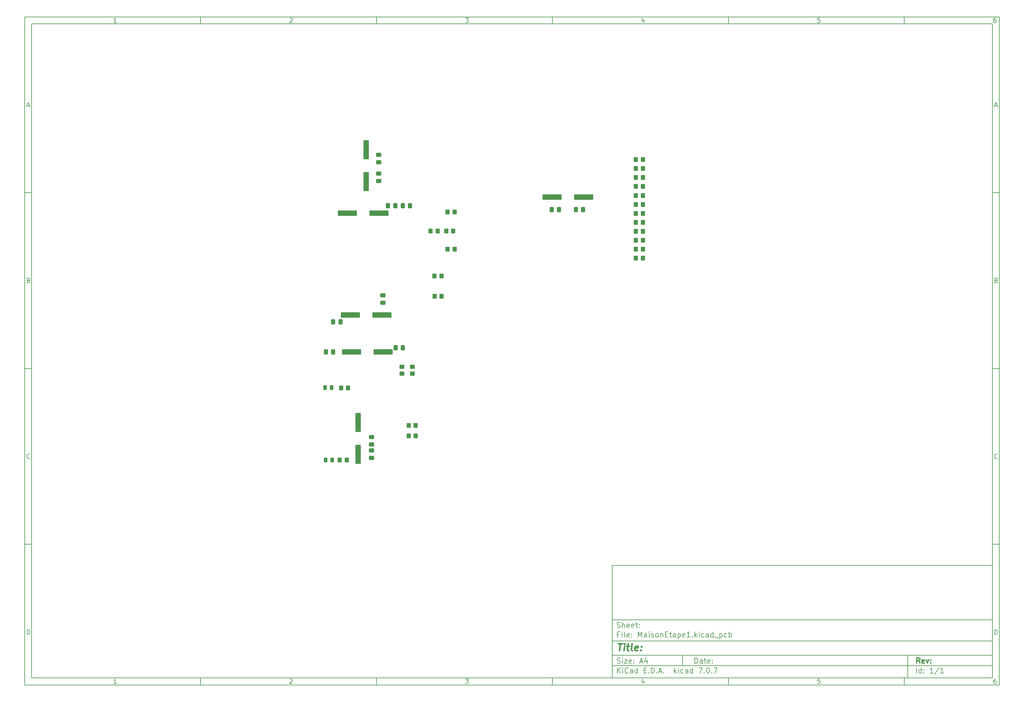
<source format=gbp>
%TF.GenerationSoftware,KiCad,Pcbnew,7.0.7*%
%TF.CreationDate,2023-11-05T18:49:28-05:00*%
%TF.ProjectId,MaisonEtape1,4d616973-6f6e-4457-9461-7065312e6b69,rev?*%
%TF.SameCoordinates,Original*%
%TF.FileFunction,Paste,Bot*%
%TF.FilePolarity,Positive*%
%FSLAX46Y46*%
G04 Gerber Fmt 4.6, Leading zero omitted, Abs format (unit mm)*
G04 Created by KiCad (PCBNEW 7.0.7) date 2023-11-05 18:49:28*
%MOMM*%
%LPD*%
G01*
G04 APERTURE LIST*
G04 Aperture macros list*
%AMRoundRect*
0 Rectangle with rounded corners*
0 $1 Rounding radius*
0 $2 $3 $4 $5 $6 $7 $8 $9 X,Y pos of 4 corners*
0 Add a 4 corners polygon primitive as box body*
4,1,4,$2,$3,$4,$5,$6,$7,$8,$9,$2,$3,0*
0 Add four circle primitives for the rounded corners*
1,1,$1+$1,$2,$3*
1,1,$1+$1,$4,$5*
1,1,$1+$1,$6,$7*
1,1,$1+$1,$8,$9*
0 Add four rect primitives between the rounded corners*
20,1,$1+$1,$2,$3,$4,$5,0*
20,1,$1+$1,$4,$5,$6,$7,0*
20,1,$1+$1,$6,$7,$8,$9,0*
20,1,$1+$1,$8,$9,$2,$3,0*%
G04 Aperture macros list end*
%ADD10C,0.100000*%
%ADD11C,0.150000*%
%ADD12C,0.300000*%
%ADD13C,0.400000*%
%ADD14RoundRect,0.250000X0.350000X0.450000X-0.350000X0.450000X-0.350000X-0.450000X0.350000X-0.450000X0*%
%ADD15RoundRect,0.250000X-0.350000X-0.450000X0.350000X-0.450000X0.350000X0.450000X-0.350000X0.450000X0*%
%ADD16RoundRect,0.243750X-0.243750X-0.456250X0.243750X-0.456250X0.243750X0.456250X-0.243750X0.456250X0*%
%ADD17RoundRect,0.187500X0.562500X-2.562500X0.562500X2.562500X-0.562500X2.562500X-0.562500X-2.562500X0*%
%ADD18RoundRect,0.187500X2.562500X0.562500X-2.562500X0.562500X-2.562500X-0.562500X2.562500X-0.562500X0*%
%ADD19RoundRect,0.187500X-0.562500X2.562500X-0.562500X-2.562500X0.562500X-2.562500X0.562500X2.562500X0*%
%ADD20RoundRect,0.250000X0.475000X-0.337500X0.475000X0.337500X-0.475000X0.337500X-0.475000X-0.337500X0*%
%ADD21RoundRect,0.250000X-0.450000X0.350000X-0.450000X-0.350000X0.450000X-0.350000X0.450000X0.350000X0*%
%ADD22RoundRect,0.250000X-0.475000X0.337500X-0.475000X-0.337500X0.475000X-0.337500X0.475000X0.337500X0*%
%ADD23RoundRect,0.250000X-0.337500X-0.475000X0.337500X-0.475000X0.337500X0.475000X-0.337500X0.475000X0*%
%ADD24RoundRect,0.250000X0.337500X0.475000X-0.337500X0.475000X-0.337500X-0.475000X0.337500X-0.475000X0*%
G04 APERTURE END LIST*
D10*
D11*
X177002200Y-166007200D02*
X285002200Y-166007200D01*
X285002200Y-198007200D01*
X177002200Y-198007200D01*
X177002200Y-166007200D01*
D10*
D11*
X10000000Y-10000000D02*
X287002200Y-10000000D01*
X287002200Y-200007200D01*
X10000000Y-200007200D01*
X10000000Y-10000000D01*
D10*
D11*
X12000000Y-12000000D02*
X285002200Y-12000000D01*
X285002200Y-198007200D01*
X12000000Y-198007200D01*
X12000000Y-12000000D01*
D10*
D11*
X60000000Y-12000000D02*
X60000000Y-10000000D01*
D10*
D11*
X110000000Y-12000000D02*
X110000000Y-10000000D01*
D10*
D11*
X160000000Y-12000000D02*
X160000000Y-10000000D01*
D10*
D11*
X210000000Y-12000000D02*
X210000000Y-10000000D01*
D10*
D11*
X260000000Y-12000000D02*
X260000000Y-10000000D01*
D10*
D11*
X36089160Y-11593604D02*
X35346303Y-11593604D01*
X35717731Y-11593604D02*
X35717731Y-10293604D01*
X35717731Y-10293604D02*
X35593922Y-10479319D01*
X35593922Y-10479319D02*
X35470112Y-10603128D01*
X35470112Y-10603128D02*
X35346303Y-10665033D01*
D10*
D11*
X85346303Y-10417414D02*
X85408207Y-10355509D01*
X85408207Y-10355509D02*
X85532017Y-10293604D01*
X85532017Y-10293604D02*
X85841541Y-10293604D01*
X85841541Y-10293604D02*
X85965350Y-10355509D01*
X85965350Y-10355509D02*
X86027255Y-10417414D01*
X86027255Y-10417414D02*
X86089160Y-10541223D01*
X86089160Y-10541223D02*
X86089160Y-10665033D01*
X86089160Y-10665033D02*
X86027255Y-10850747D01*
X86027255Y-10850747D02*
X85284398Y-11593604D01*
X85284398Y-11593604D02*
X86089160Y-11593604D01*
D10*
D11*
X135284398Y-10293604D02*
X136089160Y-10293604D01*
X136089160Y-10293604D02*
X135655826Y-10788842D01*
X135655826Y-10788842D02*
X135841541Y-10788842D01*
X135841541Y-10788842D02*
X135965350Y-10850747D01*
X135965350Y-10850747D02*
X136027255Y-10912652D01*
X136027255Y-10912652D02*
X136089160Y-11036461D01*
X136089160Y-11036461D02*
X136089160Y-11345985D01*
X136089160Y-11345985D02*
X136027255Y-11469795D01*
X136027255Y-11469795D02*
X135965350Y-11531700D01*
X135965350Y-11531700D02*
X135841541Y-11593604D01*
X135841541Y-11593604D02*
X135470112Y-11593604D01*
X135470112Y-11593604D02*
X135346303Y-11531700D01*
X135346303Y-11531700D02*
X135284398Y-11469795D01*
D10*
D11*
X185965350Y-10726938D02*
X185965350Y-11593604D01*
X185655826Y-10231700D02*
X185346303Y-11160271D01*
X185346303Y-11160271D02*
X186151064Y-11160271D01*
D10*
D11*
X236027255Y-10293604D02*
X235408207Y-10293604D01*
X235408207Y-10293604D02*
X235346303Y-10912652D01*
X235346303Y-10912652D02*
X235408207Y-10850747D01*
X235408207Y-10850747D02*
X235532017Y-10788842D01*
X235532017Y-10788842D02*
X235841541Y-10788842D01*
X235841541Y-10788842D02*
X235965350Y-10850747D01*
X235965350Y-10850747D02*
X236027255Y-10912652D01*
X236027255Y-10912652D02*
X236089160Y-11036461D01*
X236089160Y-11036461D02*
X236089160Y-11345985D01*
X236089160Y-11345985D02*
X236027255Y-11469795D01*
X236027255Y-11469795D02*
X235965350Y-11531700D01*
X235965350Y-11531700D02*
X235841541Y-11593604D01*
X235841541Y-11593604D02*
X235532017Y-11593604D01*
X235532017Y-11593604D02*
X235408207Y-11531700D01*
X235408207Y-11531700D02*
X235346303Y-11469795D01*
D10*
D11*
X285965350Y-10293604D02*
X285717731Y-10293604D01*
X285717731Y-10293604D02*
X285593922Y-10355509D01*
X285593922Y-10355509D02*
X285532017Y-10417414D01*
X285532017Y-10417414D02*
X285408207Y-10603128D01*
X285408207Y-10603128D02*
X285346303Y-10850747D01*
X285346303Y-10850747D02*
X285346303Y-11345985D01*
X285346303Y-11345985D02*
X285408207Y-11469795D01*
X285408207Y-11469795D02*
X285470112Y-11531700D01*
X285470112Y-11531700D02*
X285593922Y-11593604D01*
X285593922Y-11593604D02*
X285841541Y-11593604D01*
X285841541Y-11593604D02*
X285965350Y-11531700D01*
X285965350Y-11531700D02*
X286027255Y-11469795D01*
X286027255Y-11469795D02*
X286089160Y-11345985D01*
X286089160Y-11345985D02*
X286089160Y-11036461D01*
X286089160Y-11036461D02*
X286027255Y-10912652D01*
X286027255Y-10912652D02*
X285965350Y-10850747D01*
X285965350Y-10850747D02*
X285841541Y-10788842D01*
X285841541Y-10788842D02*
X285593922Y-10788842D01*
X285593922Y-10788842D02*
X285470112Y-10850747D01*
X285470112Y-10850747D02*
X285408207Y-10912652D01*
X285408207Y-10912652D02*
X285346303Y-11036461D01*
D10*
D11*
X60000000Y-198007200D02*
X60000000Y-200007200D01*
D10*
D11*
X110000000Y-198007200D02*
X110000000Y-200007200D01*
D10*
D11*
X160000000Y-198007200D02*
X160000000Y-200007200D01*
D10*
D11*
X210000000Y-198007200D02*
X210000000Y-200007200D01*
D10*
D11*
X260000000Y-198007200D02*
X260000000Y-200007200D01*
D10*
D11*
X36089160Y-199600804D02*
X35346303Y-199600804D01*
X35717731Y-199600804D02*
X35717731Y-198300804D01*
X35717731Y-198300804D02*
X35593922Y-198486519D01*
X35593922Y-198486519D02*
X35470112Y-198610328D01*
X35470112Y-198610328D02*
X35346303Y-198672233D01*
D10*
D11*
X85346303Y-198424614D02*
X85408207Y-198362709D01*
X85408207Y-198362709D02*
X85532017Y-198300804D01*
X85532017Y-198300804D02*
X85841541Y-198300804D01*
X85841541Y-198300804D02*
X85965350Y-198362709D01*
X85965350Y-198362709D02*
X86027255Y-198424614D01*
X86027255Y-198424614D02*
X86089160Y-198548423D01*
X86089160Y-198548423D02*
X86089160Y-198672233D01*
X86089160Y-198672233D02*
X86027255Y-198857947D01*
X86027255Y-198857947D02*
X85284398Y-199600804D01*
X85284398Y-199600804D02*
X86089160Y-199600804D01*
D10*
D11*
X135284398Y-198300804D02*
X136089160Y-198300804D01*
X136089160Y-198300804D02*
X135655826Y-198796042D01*
X135655826Y-198796042D02*
X135841541Y-198796042D01*
X135841541Y-198796042D02*
X135965350Y-198857947D01*
X135965350Y-198857947D02*
X136027255Y-198919852D01*
X136027255Y-198919852D02*
X136089160Y-199043661D01*
X136089160Y-199043661D02*
X136089160Y-199353185D01*
X136089160Y-199353185D02*
X136027255Y-199476995D01*
X136027255Y-199476995D02*
X135965350Y-199538900D01*
X135965350Y-199538900D02*
X135841541Y-199600804D01*
X135841541Y-199600804D02*
X135470112Y-199600804D01*
X135470112Y-199600804D02*
X135346303Y-199538900D01*
X135346303Y-199538900D02*
X135284398Y-199476995D01*
D10*
D11*
X185965350Y-198734138D02*
X185965350Y-199600804D01*
X185655826Y-198238900D02*
X185346303Y-199167471D01*
X185346303Y-199167471D02*
X186151064Y-199167471D01*
D10*
D11*
X236027255Y-198300804D02*
X235408207Y-198300804D01*
X235408207Y-198300804D02*
X235346303Y-198919852D01*
X235346303Y-198919852D02*
X235408207Y-198857947D01*
X235408207Y-198857947D02*
X235532017Y-198796042D01*
X235532017Y-198796042D02*
X235841541Y-198796042D01*
X235841541Y-198796042D02*
X235965350Y-198857947D01*
X235965350Y-198857947D02*
X236027255Y-198919852D01*
X236027255Y-198919852D02*
X236089160Y-199043661D01*
X236089160Y-199043661D02*
X236089160Y-199353185D01*
X236089160Y-199353185D02*
X236027255Y-199476995D01*
X236027255Y-199476995D02*
X235965350Y-199538900D01*
X235965350Y-199538900D02*
X235841541Y-199600804D01*
X235841541Y-199600804D02*
X235532017Y-199600804D01*
X235532017Y-199600804D02*
X235408207Y-199538900D01*
X235408207Y-199538900D02*
X235346303Y-199476995D01*
D10*
D11*
X285965350Y-198300804D02*
X285717731Y-198300804D01*
X285717731Y-198300804D02*
X285593922Y-198362709D01*
X285593922Y-198362709D02*
X285532017Y-198424614D01*
X285532017Y-198424614D02*
X285408207Y-198610328D01*
X285408207Y-198610328D02*
X285346303Y-198857947D01*
X285346303Y-198857947D02*
X285346303Y-199353185D01*
X285346303Y-199353185D02*
X285408207Y-199476995D01*
X285408207Y-199476995D02*
X285470112Y-199538900D01*
X285470112Y-199538900D02*
X285593922Y-199600804D01*
X285593922Y-199600804D02*
X285841541Y-199600804D01*
X285841541Y-199600804D02*
X285965350Y-199538900D01*
X285965350Y-199538900D02*
X286027255Y-199476995D01*
X286027255Y-199476995D02*
X286089160Y-199353185D01*
X286089160Y-199353185D02*
X286089160Y-199043661D01*
X286089160Y-199043661D02*
X286027255Y-198919852D01*
X286027255Y-198919852D02*
X285965350Y-198857947D01*
X285965350Y-198857947D02*
X285841541Y-198796042D01*
X285841541Y-198796042D02*
X285593922Y-198796042D01*
X285593922Y-198796042D02*
X285470112Y-198857947D01*
X285470112Y-198857947D02*
X285408207Y-198919852D01*
X285408207Y-198919852D02*
X285346303Y-199043661D01*
D10*
D11*
X10000000Y-60000000D02*
X12000000Y-60000000D01*
D10*
D11*
X10000000Y-110000000D02*
X12000000Y-110000000D01*
D10*
D11*
X10000000Y-160000000D02*
X12000000Y-160000000D01*
D10*
D11*
X10690476Y-35222176D02*
X11309523Y-35222176D01*
X10566666Y-35593604D02*
X10999999Y-34293604D01*
X10999999Y-34293604D02*
X11433333Y-35593604D01*
D10*
D11*
X11092857Y-84912652D02*
X11278571Y-84974557D01*
X11278571Y-84974557D02*
X11340476Y-85036461D01*
X11340476Y-85036461D02*
X11402380Y-85160271D01*
X11402380Y-85160271D02*
X11402380Y-85345985D01*
X11402380Y-85345985D02*
X11340476Y-85469795D01*
X11340476Y-85469795D02*
X11278571Y-85531700D01*
X11278571Y-85531700D02*
X11154761Y-85593604D01*
X11154761Y-85593604D02*
X10659523Y-85593604D01*
X10659523Y-85593604D02*
X10659523Y-84293604D01*
X10659523Y-84293604D02*
X11092857Y-84293604D01*
X11092857Y-84293604D02*
X11216666Y-84355509D01*
X11216666Y-84355509D02*
X11278571Y-84417414D01*
X11278571Y-84417414D02*
X11340476Y-84541223D01*
X11340476Y-84541223D02*
X11340476Y-84665033D01*
X11340476Y-84665033D02*
X11278571Y-84788842D01*
X11278571Y-84788842D02*
X11216666Y-84850747D01*
X11216666Y-84850747D02*
X11092857Y-84912652D01*
X11092857Y-84912652D02*
X10659523Y-84912652D01*
D10*
D11*
X11402380Y-135469795D02*
X11340476Y-135531700D01*
X11340476Y-135531700D02*
X11154761Y-135593604D01*
X11154761Y-135593604D02*
X11030952Y-135593604D01*
X11030952Y-135593604D02*
X10845238Y-135531700D01*
X10845238Y-135531700D02*
X10721428Y-135407890D01*
X10721428Y-135407890D02*
X10659523Y-135284080D01*
X10659523Y-135284080D02*
X10597619Y-135036461D01*
X10597619Y-135036461D02*
X10597619Y-134850747D01*
X10597619Y-134850747D02*
X10659523Y-134603128D01*
X10659523Y-134603128D02*
X10721428Y-134479319D01*
X10721428Y-134479319D02*
X10845238Y-134355509D01*
X10845238Y-134355509D02*
X11030952Y-134293604D01*
X11030952Y-134293604D02*
X11154761Y-134293604D01*
X11154761Y-134293604D02*
X11340476Y-134355509D01*
X11340476Y-134355509D02*
X11402380Y-134417414D01*
D10*
D11*
X10659523Y-185593604D02*
X10659523Y-184293604D01*
X10659523Y-184293604D02*
X10969047Y-184293604D01*
X10969047Y-184293604D02*
X11154761Y-184355509D01*
X11154761Y-184355509D02*
X11278571Y-184479319D01*
X11278571Y-184479319D02*
X11340476Y-184603128D01*
X11340476Y-184603128D02*
X11402380Y-184850747D01*
X11402380Y-184850747D02*
X11402380Y-185036461D01*
X11402380Y-185036461D02*
X11340476Y-185284080D01*
X11340476Y-185284080D02*
X11278571Y-185407890D01*
X11278571Y-185407890D02*
X11154761Y-185531700D01*
X11154761Y-185531700D02*
X10969047Y-185593604D01*
X10969047Y-185593604D02*
X10659523Y-185593604D01*
D10*
D11*
X287002200Y-60000000D02*
X285002200Y-60000000D01*
D10*
D11*
X287002200Y-110000000D02*
X285002200Y-110000000D01*
D10*
D11*
X287002200Y-160000000D02*
X285002200Y-160000000D01*
D10*
D11*
X285692676Y-35222176D02*
X286311723Y-35222176D01*
X285568866Y-35593604D02*
X286002199Y-34293604D01*
X286002199Y-34293604D02*
X286435533Y-35593604D01*
D10*
D11*
X286095057Y-84912652D02*
X286280771Y-84974557D01*
X286280771Y-84974557D02*
X286342676Y-85036461D01*
X286342676Y-85036461D02*
X286404580Y-85160271D01*
X286404580Y-85160271D02*
X286404580Y-85345985D01*
X286404580Y-85345985D02*
X286342676Y-85469795D01*
X286342676Y-85469795D02*
X286280771Y-85531700D01*
X286280771Y-85531700D02*
X286156961Y-85593604D01*
X286156961Y-85593604D02*
X285661723Y-85593604D01*
X285661723Y-85593604D02*
X285661723Y-84293604D01*
X285661723Y-84293604D02*
X286095057Y-84293604D01*
X286095057Y-84293604D02*
X286218866Y-84355509D01*
X286218866Y-84355509D02*
X286280771Y-84417414D01*
X286280771Y-84417414D02*
X286342676Y-84541223D01*
X286342676Y-84541223D02*
X286342676Y-84665033D01*
X286342676Y-84665033D02*
X286280771Y-84788842D01*
X286280771Y-84788842D02*
X286218866Y-84850747D01*
X286218866Y-84850747D02*
X286095057Y-84912652D01*
X286095057Y-84912652D02*
X285661723Y-84912652D01*
D10*
D11*
X286404580Y-135469795D02*
X286342676Y-135531700D01*
X286342676Y-135531700D02*
X286156961Y-135593604D01*
X286156961Y-135593604D02*
X286033152Y-135593604D01*
X286033152Y-135593604D02*
X285847438Y-135531700D01*
X285847438Y-135531700D02*
X285723628Y-135407890D01*
X285723628Y-135407890D02*
X285661723Y-135284080D01*
X285661723Y-135284080D02*
X285599819Y-135036461D01*
X285599819Y-135036461D02*
X285599819Y-134850747D01*
X285599819Y-134850747D02*
X285661723Y-134603128D01*
X285661723Y-134603128D02*
X285723628Y-134479319D01*
X285723628Y-134479319D02*
X285847438Y-134355509D01*
X285847438Y-134355509D02*
X286033152Y-134293604D01*
X286033152Y-134293604D02*
X286156961Y-134293604D01*
X286156961Y-134293604D02*
X286342676Y-134355509D01*
X286342676Y-134355509D02*
X286404580Y-134417414D01*
D10*
D11*
X285661723Y-185593604D02*
X285661723Y-184293604D01*
X285661723Y-184293604D02*
X285971247Y-184293604D01*
X285971247Y-184293604D02*
X286156961Y-184355509D01*
X286156961Y-184355509D02*
X286280771Y-184479319D01*
X286280771Y-184479319D02*
X286342676Y-184603128D01*
X286342676Y-184603128D02*
X286404580Y-184850747D01*
X286404580Y-184850747D02*
X286404580Y-185036461D01*
X286404580Y-185036461D02*
X286342676Y-185284080D01*
X286342676Y-185284080D02*
X286280771Y-185407890D01*
X286280771Y-185407890D02*
X286156961Y-185531700D01*
X286156961Y-185531700D02*
X285971247Y-185593604D01*
X285971247Y-185593604D02*
X285661723Y-185593604D01*
D10*
D11*
X200458026Y-193793328D02*
X200458026Y-192293328D01*
X200458026Y-192293328D02*
X200815169Y-192293328D01*
X200815169Y-192293328D02*
X201029455Y-192364757D01*
X201029455Y-192364757D02*
X201172312Y-192507614D01*
X201172312Y-192507614D02*
X201243741Y-192650471D01*
X201243741Y-192650471D02*
X201315169Y-192936185D01*
X201315169Y-192936185D02*
X201315169Y-193150471D01*
X201315169Y-193150471D02*
X201243741Y-193436185D01*
X201243741Y-193436185D02*
X201172312Y-193579042D01*
X201172312Y-193579042D02*
X201029455Y-193721900D01*
X201029455Y-193721900D02*
X200815169Y-193793328D01*
X200815169Y-193793328D02*
X200458026Y-193793328D01*
X202600884Y-193793328D02*
X202600884Y-193007614D01*
X202600884Y-193007614D02*
X202529455Y-192864757D01*
X202529455Y-192864757D02*
X202386598Y-192793328D01*
X202386598Y-192793328D02*
X202100884Y-192793328D01*
X202100884Y-192793328D02*
X201958026Y-192864757D01*
X202600884Y-193721900D02*
X202458026Y-193793328D01*
X202458026Y-193793328D02*
X202100884Y-193793328D01*
X202100884Y-193793328D02*
X201958026Y-193721900D01*
X201958026Y-193721900D02*
X201886598Y-193579042D01*
X201886598Y-193579042D02*
X201886598Y-193436185D01*
X201886598Y-193436185D02*
X201958026Y-193293328D01*
X201958026Y-193293328D02*
X202100884Y-193221900D01*
X202100884Y-193221900D02*
X202458026Y-193221900D01*
X202458026Y-193221900D02*
X202600884Y-193150471D01*
X203100884Y-192793328D02*
X203672312Y-192793328D01*
X203315169Y-192293328D02*
X203315169Y-193579042D01*
X203315169Y-193579042D02*
X203386598Y-193721900D01*
X203386598Y-193721900D02*
X203529455Y-193793328D01*
X203529455Y-193793328D02*
X203672312Y-193793328D01*
X204743741Y-193721900D02*
X204600884Y-193793328D01*
X204600884Y-193793328D02*
X204315170Y-193793328D01*
X204315170Y-193793328D02*
X204172312Y-193721900D01*
X204172312Y-193721900D02*
X204100884Y-193579042D01*
X204100884Y-193579042D02*
X204100884Y-193007614D01*
X204100884Y-193007614D02*
X204172312Y-192864757D01*
X204172312Y-192864757D02*
X204315170Y-192793328D01*
X204315170Y-192793328D02*
X204600884Y-192793328D01*
X204600884Y-192793328D02*
X204743741Y-192864757D01*
X204743741Y-192864757D02*
X204815170Y-193007614D01*
X204815170Y-193007614D02*
X204815170Y-193150471D01*
X204815170Y-193150471D02*
X204100884Y-193293328D01*
X205458026Y-193650471D02*
X205529455Y-193721900D01*
X205529455Y-193721900D02*
X205458026Y-193793328D01*
X205458026Y-193793328D02*
X205386598Y-193721900D01*
X205386598Y-193721900D02*
X205458026Y-193650471D01*
X205458026Y-193650471D02*
X205458026Y-193793328D01*
X205458026Y-192864757D02*
X205529455Y-192936185D01*
X205529455Y-192936185D02*
X205458026Y-193007614D01*
X205458026Y-193007614D02*
X205386598Y-192936185D01*
X205386598Y-192936185D02*
X205458026Y-192864757D01*
X205458026Y-192864757D02*
X205458026Y-193007614D01*
D10*
D11*
X177002200Y-194507200D02*
X285002200Y-194507200D01*
D10*
D11*
X178458026Y-196593328D02*
X178458026Y-195093328D01*
X179315169Y-196593328D02*
X178672312Y-195736185D01*
X179315169Y-195093328D02*
X178458026Y-195950471D01*
X179958026Y-196593328D02*
X179958026Y-195593328D01*
X179958026Y-195093328D02*
X179886598Y-195164757D01*
X179886598Y-195164757D02*
X179958026Y-195236185D01*
X179958026Y-195236185D02*
X180029455Y-195164757D01*
X180029455Y-195164757D02*
X179958026Y-195093328D01*
X179958026Y-195093328D02*
X179958026Y-195236185D01*
X181529455Y-196450471D02*
X181458027Y-196521900D01*
X181458027Y-196521900D02*
X181243741Y-196593328D01*
X181243741Y-196593328D02*
X181100884Y-196593328D01*
X181100884Y-196593328D02*
X180886598Y-196521900D01*
X180886598Y-196521900D02*
X180743741Y-196379042D01*
X180743741Y-196379042D02*
X180672312Y-196236185D01*
X180672312Y-196236185D02*
X180600884Y-195950471D01*
X180600884Y-195950471D02*
X180600884Y-195736185D01*
X180600884Y-195736185D02*
X180672312Y-195450471D01*
X180672312Y-195450471D02*
X180743741Y-195307614D01*
X180743741Y-195307614D02*
X180886598Y-195164757D01*
X180886598Y-195164757D02*
X181100884Y-195093328D01*
X181100884Y-195093328D02*
X181243741Y-195093328D01*
X181243741Y-195093328D02*
X181458027Y-195164757D01*
X181458027Y-195164757D02*
X181529455Y-195236185D01*
X182815170Y-196593328D02*
X182815170Y-195807614D01*
X182815170Y-195807614D02*
X182743741Y-195664757D01*
X182743741Y-195664757D02*
X182600884Y-195593328D01*
X182600884Y-195593328D02*
X182315170Y-195593328D01*
X182315170Y-195593328D02*
X182172312Y-195664757D01*
X182815170Y-196521900D02*
X182672312Y-196593328D01*
X182672312Y-196593328D02*
X182315170Y-196593328D01*
X182315170Y-196593328D02*
X182172312Y-196521900D01*
X182172312Y-196521900D02*
X182100884Y-196379042D01*
X182100884Y-196379042D02*
X182100884Y-196236185D01*
X182100884Y-196236185D02*
X182172312Y-196093328D01*
X182172312Y-196093328D02*
X182315170Y-196021900D01*
X182315170Y-196021900D02*
X182672312Y-196021900D01*
X182672312Y-196021900D02*
X182815170Y-195950471D01*
X184172313Y-196593328D02*
X184172313Y-195093328D01*
X184172313Y-196521900D02*
X184029455Y-196593328D01*
X184029455Y-196593328D02*
X183743741Y-196593328D01*
X183743741Y-196593328D02*
X183600884Y-196521900D01*
X183600884Y-196521900D02*
X183529455Y-196450471D01*
X183529455Y-196450471D02*
X183458027Y-196307614D01*
X183458027Y-196307614D02*
X183458027Y-195879042D01*
X183458027Y-195879042D02*
X183529455Y-195736185D01*
X183529455Y-195736185D02*
X183600884Y-195664757D01*
X183600884Y-195664757D02*
X183743741Y-195593328D01*
X183743741Y-195593328D02*
X184029455Y-195593328D01*
X184029455Y-195593328D02*
X184172313Y-195664757D01*
X186029455Y-195807614D02*
X186529455Y-195807614D01*
X186743741Y-196593328D02*
X186029455Y-196593328D01*
X186029455Y-196593328D02*
X186029455Y-195093328D01*
X186029455Y-195093328D02*
X186743741Y-195093328D01*
X187386598Y-196450471D02*
X187458027Y-196521900D01*
X187458027Y-196521900D02*
X187386598Y-196593328D01*
X187386598Y-196593328D02*
X187315170Y-196521900D01*
X187315170Y-196521900D02*
X187386598Y-196450471D01*
X187386598Y-196450471D02*
X187386598Y-196593328D01*
X188100884Y-196593328D02*
X188100884Y-195093328D01*
X188100884Y-195093328D02*
X188458027Y-195093328D01*
X188458027Y-195093328D02*
X188672313Y-195164757D01*
X188672313Y-195164757D02*
X188815170Y-195307614D01*
X188815170Y-195307614D02*
X188886599Y-195450471D01*
X188886599Y-195450471D02*
X188958027Y-195736185D01*
X188958027Y-195736185D02*
X188958027Y-195950471D01*
X188958027Y-195950471D02*
X188886599Y-196236185D01*
X188886599Y-196236185D02*
X188815170Y-196379042D01*
X188815170Y-196379042D02*
X188672313Y-196521900D01*
X188672313Y-196521900D02*
X188458027Y-196593328D01*
X188458027Y-196593328D02*
X188100884Y-196593328D01*
X189600884Y-196450471D02*
X189672313Y-196521900D01*
X189672313Y-196521900D02*
X189600884Y-196593328D01*
X189600884Y-196593328D02*
X189529456Y-196521900D01*
X189529456Y-196521900D02*
X189600884Y-196450471D01*
X189600884Y-196450471D02*
X189600884Y-196593328D01*
X190243742Y-196164757D02*
X190958028Y-196164757D01*
X190100885Y-196593328D02*
X190600885Y-195093328D01*
X190600885Y-195093328D02*
X191100885Y-196593328D01*
X191600884Y-196450471D02*
X191672313Y-196521900D01*
X191672313Y-196521900D02*
X191600884Y-196593328D01*
X191600884Y-196593328D02*
X191529456Y-196521900D01*
X191529456Y-196521900D02*
X191600884Y-196450471D01*
X191600884Y-196450471D02*
X191600884Y-196593328D01*
X194600884Y-196593328D02*
X194600884Y-195093328D01*
X194743742Y-196021900D02*
X195172313Y-196593328D01*
X195172313Y-195593328D02*
X194600884Y-196164757D01*
X195815170Y-196593328D02*
X195815170Y-195593328D01*
X195815170Y-195093328D02*
X195743742Y-195164757D01*
X195743742Y-195164757D02*
X195815170Y-195236185D01*
X195815170Y-195236185D02*
X195886599Y-195164757D01*
X195886599Y-195164757D02*
X195815170Y-195093328D01*
X195815170Y-195093328D02*
X195815170Y-195236185D01*
X197172314Y-196521900D02*
X197029456Y-196593328D01*
X197029456Y-196593328D02*
X196743742Y-196593328D01*
X196743742Y-196593328D02*
X196600885Y-196521900D01*
X196600885Y-196521900D02*
X196529456Y-196450471D01*
X196529456Y-196450471D02*
X196458028Y-196307614D01*
X196458028Y-196307614D02*
X196458028Y-195879042D01*
X196458028Y-195879042D02*
X196529456Y-195736185D01*
X196529456Y-195736185D02*
X196600885Y-195664757D01*
X196600885Y-195664757D02*
X196743742Y-195593328D01*
X196743742Y-195593328D02*
X197029456Y-195593328D01*
X197029456Y-195593328D02*
X197172314Y-195664757D01*
X198458028Y-196593328D02*
X198458028Y-195807614D01*
X198458028Y-195807614D02*
X198386599Y-195664757D01*
X198386599Y-195664757D02*
X198243742Y-195593328D01*
X198243742Y-195593328D02*
X197958028Y-195593328D01*
X197958028Y-195593328D02*
X197815170Y-195664757D01*
X198458028Y-196521900D02*
X198315170Y-196593328D01*
X198315170Y-196593328D02*
X197958028Y-196593328D01*
X197958028Y-196593328D02*
X197815170Y-196521900D01*
X197815170Y-196521900D02*
X197743742Y-196379042D01*
X197743742Y-196379042D02*
X197743742Y-196236185D01*
X197743742Y-196236185D02*
X197815170Y-196093328D01*
X197815170Y-196093328D02*
X197958028Y-196021900D01*
X197958028Y-196021900D02*
X198315170Y-196021900D01*
X198315170Y-196021900D02*
X198458028Y-195950471D01*
X199815171Y-196593328D02*
X199815171Y-195093328D01*
X199815171Y-196521900D02*
X199672313Y-196593328D01*
X199672313Y-196593328D02*
X199386599Y-196593328D01*
X199386599Y-196593328D02*
X199243742Y-196521900D01*
X199243742Y-196521900D02*
X199172313Y-196450471D01*
X199172313Y-196450471D02*
X199100885Y-196307614D01*
X199100885Y-196307614D02*
X199100885Y-195879042D01*
X199100885Y-195879042D02*
X199172313Y-195736185D01*
X199172313Y-195736185D02*
X199243742Y-195664757D01*
X199243742Y-195664757D02*
X199386599Y-195593328D01*
X199386599Y-195593328D02*
X199672313Y-195593328D01*
X199672313Y-195593328D02*
X199815171Y-195664757D01*
X201529456Y-195093328D02*
X202529456Y-195093328D01*
X202529456Y-195093328D02*
X201886599Y-196593328D01*
X203100884Y-196450471D02*
X203172313Y-196521900D01*
X203172313Y-196521900D02*
X203100884Y-196593328D01*
X203100884Y-196593328D02*
X203029456Y-196521900D01*
X203029456Y-196521900D02*
X203100884Y-196450471D01*
X203100884Y-196450471D02*
X203100884Y-196593328D01*
X204100885Y-195093328D02*
X204243742Y-195093328D01*
X204243742Y-195093328D02*
X204386599Y-195164757D01*
X204386599Y-195164757D02*
X204458028Y-195236185D01*
X204458028Y-195236185D02*
X204529456Y-195379042D01*
X204529456Y-195379042D02*
X204600885Y-195664757D01*
X204600885Y-195664757D02*
X204600885Y-196021900D01*
X204600885Y-196021900D02*
X204529456Y-196307614D01*
X204529456Y-196307614D02*
X204458028Y-196450471D01*
X204458028Y-196450471D02*
X204386599Y-196521900D01*
X204386599Y-196521900D02*
X204243742Y-196593328D01*
X204243742Y-196593328D02*
X204100885Y-196593328D01*
X204100885Y-196593328D02*
X203958028Y-196521900D01*
X203958028Y-196521900D02*
X203886599Y-196450471D01*
X203886599Y-196450471D02*
X203815170Y-196307614D01*
X203815170Y-196307614D02*
X203743742Y-196021900D01*
X203743742Y-196021900D02*
X203743742Y-195664757D01*
X203743742Y-195664757D02*
X203815170Y-195379042D01*
X203815170Y-195379042D02*
X203886599Y-195236185D01*
X203886599Y-195236185D02*
X203958028Y-195164757D01*
X203958028Y-195164757D02*
X204100885Y-195093328D01*
X205243741Y-196450471D02*
X205315170Y-196521900D01*
X205315170Y-196521900D02*
X205243741Y-196593328D01*
X205243741Y-196593328D02*
X205172313Y-196521900D01*
X205172313Y-196521900D02*
X205243741Y-196450471D01*
X205243741Y-196450471D02*
X205243741Y-196593328D01*
X205815170Y-195093328D02*
X206815170Y-195093328D01*
X206815170Y-195093328D02*
X206172313Y-196593328D01*
D10*
D11*
X177002200Y-191507200D02*
X285002200Y-191507200D01*
D10*
D12*
X264413853Y-193785528D02*
X263913853Y-193071242D01*
X263556710Y-193785528D02*
X263556710Y-192285528D01*
X263556710Y-192285528D02*
X264128139Y-192285528D01*
X264128139Y-192285528D02*
X264270996Y-192356957D01*
X264270996Y-192356957D02*
X264342425Y-192428385D01*
X264342425Y-192428385D02*
X264413853Y-192571242D01*
X264413853Y-192571242D02*
X264413853Y-192785528D01*
X264413853Y-192785528D02*
X264342425Y-192928385D01*
X264342425Y-192928385D02*
X264270996Y-192999814D01*
X264270996Y-192999814D02*
X264128139Y-193071242D01*
X264128139Y-193071242D02*
X263556710Y-193071242D01*
X265628139Y-193714100D02*
X265485282Y-193785528D01*
X265485282Y-193785528D02*
X265199568Y-193785528D01*
X265199568Y-193785528D02*
X265056710Y-193714100D01*
X265056710Y-193714100D02*
X264985282Y-193571242D01*
X264985282Y-193571242D02*
X264985282Y-192999814D01*
X264985282Y-192999814D02*
X265056710Y-192856957D01*
X265056710Y-192856957D02*
X265199568Y-192785528D01*
X265199568Y-192785528D02*
X265485282Y-192785528D01*
X265485282Y-192785528D02*
X265628139Y-192856957D01*
X265628139Y-192856957D02*
X265699568Y-192999814D01*
X265699568Y-192999814D02*
X265699568Y-193142671D01*
X265699568Y-193142671D02*
X264985282Y-193285528D01*
X266199567Y-192785528D02*
X266556710Y-193785528D01*
X266556710Y-193785528D02*
X266913853Y-192785528D01*
X267485281Y-193642671D02*
X267556710Y-193714100D01*
X267556710Y-193714100D02*
X267485281Y-193785528D01*
X267485281Y-193785528D02*
X267413853Y-193714100D01*
X267413853Y-193714100D02*
X267485281Y-193642671D01*
X267485281Y-193642671D02*
X267485281Y-193785528D01*
X267485281Y-192856957D02*
X267556710Y-192928385D01*
X267556710Y-192928385D02*
X267485281Y-192999814D01*
X267485281Y-192999814D02*
X267413853Y-192928385D01*
X267413853Y-192928385D02*
X267485281Y-192856957D01*
X267485281Y-192856957D02*
X267485281Y-192999814D01*
D10*
D11*
X178386598Y-193721900D02*
X178600884Y-193793328D01*
X178600884Y-193793328D02*
X178958026Y-193793328D01*
X178958026Y-193793328D02*
X179100884Y-193721900D01*
X179100884Y-193721900D02*
X179172312Y-193650471D01*
X179172312Y-193650471D02*
X179243741Y-193507614D01*
X179243741Y-193507614D02*
X179243741Y-193364757D01*
X179243741Y-193364757D02*
X179172312Y-193221900D01*
X179172312Y-193221900D02*
X179100884Y-193150471D01*
X179100884Y-193150471D02*
X178958026Y-193079042D01*
X178958026Y-193079042D02*
X178672312Y-193007614D01*
X178672312Y-193007614D02*
X178529455Y-192936185D01*
X178529455Y-192936185D02*
X178458026Y-192864757D01*
X178458026Y-192864757D02*
X178386598Y-192721900D01*
X178386598Y-192721900D02*
X178386598Y-192579042D01*
X178386598Y-192579042D02*
X178458026Y-192436185D01*
X178458026Y-192436185D02*
X178529455Y-192364757D01*
X178529455Y-192364757D02*
X178672312Y-192293328D01*
X178672312Y-192293328D02*
X179029455Y-192293328D01*
X179029455Y-192293328D02*
X179243741Y-192364757D01*
X179886597Y-193793328D02*
X179886597Y-192793328D01*
X179886597Y-192293328D02*
X179815169Y-192364757D01*
X179815169Y-192364757D02*
X179886597Y-192436185D01*
X179886597Y-192436185D02*
X179958026Y-192364757D01*
X179958026Y-192364757D02*
X179886597Y-192293328D01*
X179886597Y-192293328D02*
X179886597Y-192436185D01*
X180458026Y-192793328D02*
X181243741Y-192793328D01*
X181243741Y-192793328D02*
X180458026Y-193793328D01*
X180458026Y-193793328D02*
X181243741Y-193793328D01*
X182386598Y-193721900D02*
X182243741Y-193793328D01*
X182243741Y-193793328D02*
X181958027Y-193793328D01*
X181958027Y-193793328D02*
X181815169Y-193721900D01*
X181815169Y-193721900D02*
X181743741Y-193579042D01*
X181743741Y-193579042D02*
X181743741Y-193007614D01*
X181743741Y-193007614D02*
X181815169Y-192864757D01*
X181815169Y-192864757D02*
X181958027Y-192793328D01*
X181958027Y-192793328D02*
X182243741Y-192793328D01*
X182243741Y-192793328D02*
X182386598Y-192864757D01*
X182386598Y-192864757D02*
X182458027Y-193007614D01*
X182458027Y-193007614D02*
X182458027Y-193150471D01*
X182458027Y-193150471D02*
X181743741Y-193293328D01*
X183100883Y-193650471D02*
X183172312Y-193721900D01*
X183172312Y-193721900D02*
X183100883Y-193793328D01*
X183100883Y-193793328D02*
X183029455Y-193721900D01*
X183029455Y-193721900D02*
X183100883Y-193650471D01*
X183100883Y-193650471D02*
X183100883Y-193793328D01*
X183100883Y-192864757D02*
X183172312Y-192936185D01*
X183172312Y-192936185D02*
X183100883Y-193007614D01*
X183100883Y-193007614D02*
X183029455Y-192936185D01*
X183029455Y-192936185D02*
X183100883Y-192864757D01*
X183100883Y-192864757D02*
X183100883Y-193007614D01*
X184886598Y-193364757D02*
X185600884Y-193364757D01*
X184743741Y-193793328D02*
X185243741Y-192293328D01*
X185243741Y-192293328D02*
X185743741Y-193793328D01*
X186886598Y-192793328D02*
X186886598Y-193793328D01*
X186529455Y-192221900D02*
X186172312Y-193293328D01*
X186172312Y-193293328D02*
X187100883Y-193293328D01*
D10*
D11*
X263458026Y-196593328D02*
X263458026Y-195093328D01*
X264815170Y-196593328D02*
X264815170Y-195093328D01*
X264815170Y-196521900D02*
X264672312Y-196593328D01*
X264672312Y-196593328D02*
X264386598Y-196593328D01*
X264386598Y-196593328D02*
X264243741Y-196521900D01*
X264243741Y-196521900D02*
X264172312Y-196450471D01*
X264172312Y-196450471D02*
X264100884Y-196307614D01*
X264100884Y-196307614D02*
X264100884Y-195879042D01*
X264100884Y-195879042D02*
X264172312Y-195736185D01*
X264172312Y-195736185D02*
X264243741Y-195664757D01*
X264243741Y-195664757D02*
X264386598Y-195593328D01*
X264386598Y-195593328D02*
X264672312Y-195593328D01*
X264672312Y-195593328D02*
X264815170Y-195664757D01*
X265529455Y-196450471D02*
X265600884Y-196521900D01*
X265600884Y-196521900D02*
X265529455Y-196593328D01*
X265529455Y-196593328D02*
X265458027Y-196521900D01*
X265458027Y-196521900D02*
X265529455Y-196450471D01*
X265529455Y-196450471D02*
X265529455Y-196593328D01*
X265529455Y-195664757D02*
X265600884Y-195736185D01*
X265600884Y-195736185D02*
X265529455Y-195807614D01*
X265529455Y-195807614D02*
X265458027Y-195736185D01*
X265458027Y-195736185D02*
X265529455Y-195664757D01*
X265529455Y-195664757D02*
X265529455Y-195807614D01*
X268172313Y-196593328D02*
X267315170Y-196593328D01*
X267743741Y-196593328D02*
X267743741Y-195093328D01*
X267743741Y-195093328D02*
X267600884Y-195307614D01*
X267600884Y-195307614D02*
X267458027Y-195450471D01*
X267458027Y-195450471D02*
X267315170Y-195521900D01*
X269886598Y-195021900D02*
X268600884Y-196950471D01*
X271172313Y-196593328D02*
X270315170Y-196593328D01*
X270743741Y-196593328D02*
X270743741Y-195093328D01*
X270743741Y-195093328D02*
X270600884Y-195307614D01*
X270600884Y-195307614D02*
X270458027Y-195450471D01*
X270458027Y-195450471D02*
X270315170Y-195521900D01*
D10*
D11*
X177002200Y-187507200D02*
X285002200Y-187507200D01*
D10*
D13*
X178693928Y-188211638D02*
X179836785Y-188211638D01*
X179015357Y-190211638D02*
X179265357Y-188211638D01*
X180253452Y-190211638D02*
X180420119Y-188878304D01*
X180503452Y-188211638D02*
X180396309Y-188306876D01*
X180396309Y-188306876D02*
X180479643Y-188402114D01*
X180479643Y-188402114D02*
X180586786Y-188306876D01*
X180586786Y-188306876D02*
X180503452Y-188211638D01*
X180503452Y-188211638D02*
X180479643Y-188402114D01*
X181086786Y-188878304D02*
X181848690Y-188878304D01*
X181455833Y-188211638D02*
X181241548Y-189925923D01*
X181241548Y-189925923D02*
X181312976Y-190116400D01*
X181312976Y-190116400D02*
X181491548Y-190211638D01*
X181491548Y-190211638D02*
X181682024Y-190211638D01*
X182634405Y-190211638D02*
X182455833Y-190116400D01*
X182455833Y-190116400D02*
X182384405Y-189925923D01*
X182384405Y-189925923D02*
X182598690Y-188211638D01*
X184170119Y-190116400D02*
X183967738Y-190211638D01*
X183967738Y-190211638D02*
X183586785Y-190211638D01*
X183586785Y-190211638D02*
X183408214Y-190116400D01*
X183408214Y-190116400D02*
X183336785Y-189925923D01*
X183336785Y-189925923D02*
X183432024Y-189164019D01*
X183432024Y-189164019D02*
X183551071Y-188973542D01*
X183551071Y-188973542D02*
X183753452Y-188878304D01*
X183753452Y-188878304D02*
X184134404Y-188878304D01*
X184134404Y-188878304D02*
X184312976Y-188973542D01*
X184312976Y-188973542D02*
X184384404Y-189164019D01*
X184384404Y-189164019D02*
X184360595Y-189354495D01*
X184360595Y-189354495D02*
X183384404Y-189544971D01*
X185134405Y-190021161D02*
X185217738Y-190116400D01*
X185217738Y-190116400D02*
X185110595Y-190211638D01*
X185110595Y-190211638D02*
X185027262Y-190116400D01*
X185027262Y-190116400D02*
X185134405Y-190021161D01*
X185134405Y-190021161D02*
X185110595Y-190211638D01*
X185265357Y-188973542D02*
X185348690Y-189068780D01*
X185348690Y-189068780D02*
X185241548Y-189164019D01*
X185241548Y-189164019D02*
X185158214Y-189068780D01*
X185158214Y-189068780D02*
X185265357Y-188973542D01*
X185265357Y-188973542D02*
X185241548Y-189164019D01*
D10*
D11*
X178958026Y-185607614D02*
X178458026Y-185607614D01*
X178458026Y-186393328D02*
X178458026Y-184893328D01*
X178458026Y-184893328D02*
X179172312Y-184893328D01*
X179743740Y-186393328D02*
X179743740Y-185393328D01*
X179743740Y-184893328D02*
X179672312Y-184964757D01*
X179672312Y-184964757D02*
X179743740Y-185036185D01*
X179743740Y-185036185D02*
X179815169Y-184964757D01*
X179815169Y-184964757D02*
X179743740Y-184893328D01*
X179743740Y-184893328D02*
X179743740Y-185036185D01*
X180672312Y-186393328D02*
X180529455Y-186321900D01*
X180529455Y-186321900D02*
X180458026Y-186179042D01*
X180458026Y-186179042D02*
X180458026Y-184893328D01*
X181815169Y-186321900D02*
X181672312Y-186393328D01*
X181672312Y-186393328D02*
X181386598Y-186393328D01*
X181386598Y-186393328D02*
X181243740Y-186321900D01*
X181243740Y-186321900D02*
X181172312Y-186179042D01*
X181172312Y-186179042D02*
X181172312Y-185607614D01*
X181172312Y-185607614D02*
X181243740Y-185464757D01*
X181243740Y-185464757D02*
X181386598Y-185393328D01*
X181386598Y-185393328D02*
X181672312Y-185393328D01*
X181672312Y-185393328D02*
X181815169Y-185464757D01*
X181815169Y-185464757D02*
X181886598Y-185607614D01*
X181886598Y-185607614D02*
X181886598Y-185750471D01*
X181886598Y-185750471D02*
X181172312Y-185893328D01*
X182529454Y-186250471D02*
X182600883Y-186321900D01*
X182600883Y-186321900D02*
X182529454Y-186393328D01*
X182529454Y-186393328D02*
X182458026Y-186321900D01*
X182458026Y-186321900D02*
X182529454Y-186250471D01*
X182529454Y-186250471D02*
X182529454Y-186393328D01*
X182529454Y-185464757D02*
X182600883Y-185536185D01*
X182600883Y-185536185D02*
X182529454Y-185607614D01*
X182529454Y-185607614D02*
X182458026Y-185536185D01*
X182458026Y-185536185D02*
X182529454Y-185464757D01*
X182529454Y-185464757D02*
X182529454Y-185607614D01*
X184386597Y-186393328D02*
X184386597Y-184893328D01*
X184386597Y-184893328D02*
X184886597Y-185964757D01*
X184886597Y-185964757D02*
X185386597Y-184893328D01*
X185386597Y-184893328D02*
X185386597Y-186393328D01*
X186743741Y-186393328D02*
X186743741Y-185607614D01*
X186743741Y-185607614D02*
X186672312Y-185464757D01*
X186672312Y-185464757D02*
X186529455Y-185393328D01*
X186529455Y-185393328D02*
X186243741Y-185393328D01*
X186243741Y-185393328D02*
X186100883Y-185464757D01*
X186743741Y-186321900D02*
X186600883Y-186393328D01*
X186600883Y-186393328D02*
X186243741Y-186393328D01*
X186243741Y-186393328D02*
X186100883Y-186321900D01*
X186100883Y-186321900D02*
X186029455Y-186179042D01*
X186029455Y-186179042D02*
X186029455Y-186036185D01*
X186029455Y-186036185D02*
X186100883Y-185893328D01*
X186100883Y-185893328D02*
X186243741Y-185821900D01*
X186243741Y-185821900D02*
X186600883Y-185821900D01*
X186600883Y-185821900D02*
X186743741Y-185750471D01*
X187458026Y-186393328D02*
X187458026Y-185393328D01*
X187458026Y-184893328D02*
X187386598Y-184964757D01*
X187386598Y-184964757D02*
X187458026Y-185036185D01*
X187458026Y-185036185D02*
X187529455Y-184964757D01*
X187529455Y-184964757D02*
X187458026Y-184893328D01*
X187458026Y-184893328D02*
X187458026Y-185036185D01*
X188100884Y-186321900D02*
X188243741Y-186393328D01*
X188243741Y-186393328D02*
X188529455Y-186393328D01*
X188529455Y-186393328D02*
X188672312Y-186321900D01*
X188672312Y-186321900D02*
X188743741Y-186179042D01*
X188743741Y-186179042D02*
X188743741Y-186107614D01*
X188743741Y-186107614D02*
X188672312Y-185964757D01*
X188672312Y-185964757D02*
X188529455Y-185893328D01*
X188529455Y-185893328D02*
X188315170Y-185893328D01*
X188315170Y-185893328D02*
X188172312Y-185821900D01*
X188172312Y-185821900D02*
X188100884Y-185679042D01*
X188100884Y-185679042D02*
X188100884Y-185607614D01*
X188100884Y-185607614D02*
X188172312Y-185464757D01*
X188172312Y-185464757D02*
X188315170Y-185393328D01*
X188315170Y-185393328D02*
X188529455Y-185393328D01*
X188529455Y-185393328D02*
X188672312Y-185464757D01*
X189600884Y-186393328D02*
X189458027Y-186321900D01*
X189458027Y-186321900D02*
X189386598Y-186250471D01*
X189386598Y-186250471D02*
X189315170Y-186107614D01*
X189315170Y-186107614D02*
X189315170Y-185679042D01*
X189315170Y-185679042D02*
X189386598Y-185536185D01*
X189386598Y-185536185D02*
X189458027Y-185464757D01*
X189458027Y-185464757D02*
X189600884Y-185393328D01*
X189600884Y-185393328D02*
X189815170Y-185393328D01*
X189815170Y-185393328D02*
X189958027Y-185464757D01*
X189958027Y-185464757D02*
X190029456Y-185536185D01*
X190029456Y-185536185D02*
X190100884Y-185679042D01*
X190100884Y-185679042D02*
X190100884Y-186107614D01*
X190100884Y-186107614D02*
X190029456Y-186250471D01*
X190029456Y-186250471D02*
X189958027Y-186321900D01*
X189958027Y-186321900D02*
X189815170Y-186393328D01*
X189815170Y-186393328D02*
X189600884Y-186393328D01*
X190743741Y-185393328D02*
X190743741Y-186393328D01*
X190743741Y-185536185D02*
X190815170Y-185464757D01*
X190815170Y-185464757D02*
X190958027Y-185393328D01*
X190958027Y-185393328D02*
X191172313Y-185393328D01*
X191172313Y-185393328D02*
X191315170Y-185464757D01*
X191315170Y-185464757D02*
X191386599Y-185607614D01*
X191386599Y-185607614D02*
X191386599Y-186393328D01*
X192100884Y-185607614D02*
X192600884Y-185607614D01*
X192815170Y-186393328D02*
X192100884Y-186393328D01*
X192100884Y-186393328D02*
X192100884Y-184893328D01*
X192100884Y-184893328D02*
X192815170Y-184893328D01*
X193243742Y-185393328D02*
X193815170Y-185393328D01*
X193458027Y-184893328D02*
X193458027Y-186179042D01*
X193458027Y-186179042D02*
X193529456Y-186321900D01*
X193529456Y-186321900D02*
X193672313Y-186393328D01*
X193672313Y-186393328D02*
X193815170Y-186393328D01*
X194958028Y-186393328D02*
X194958028Y-185607614D01*
X194958028Y-185607614D02*
X194886599Y-185464757D01*
X194886599Y-185464757D02*
X194743742Y-185393328D01*
X194743742Y-185393328D02*
X194458028Y-185393328D01*
X194458028Y-185393328D02*
X194315170Y-185464757D01*
X194958028Y-186321900D02*
X194815170Y-186393328D01*
X194815170Y-186393328D02*
X194458028Y-186393328D01*
X194458028Y-186393328D02*
X194315170Y-186321900D01*
X194315170Y-186321900D02*
X194243742Y-186179042D01*
X194243742Y-186179042D02*
X194243742Y-186036185D01*
X194243742Y-186036185D02*
X194315170Y-185893328D01*
X194315170Y-185893328D02*
X194458028Y-185821900D01*
X194458028Y-185821900D02*
X194815170Y-185821900D01*
X194815170Y-185821900D02*
X194958028Y-185750471D01*
X195672313Y-185393328D02*
X195672313Y-186893328D01*
X195672313Y-185464757D02*
X195815171Y-185393328D01*
X195815171Y-185393328D02*
X196100885Y-185393328D01*
X196100885Y-185393328D02*
X196243742Y-185464757D01*
X196243742Y-185464757D02*
X196315171Y-185536185D01*
X196315171Y-185536185D02*
X196386599Y-185679042D01*
X196386599Y-185679042D02*
X196386599Y-186107614D01*
X196386599Y-186107614D02*
X196315171Y-186250471D01*
X196315171Y-186250471D02*
X196243742Y-186321900D01*
X196243742Y-186321900D02*
X196100885Y-186393328D01*
X196100885Y-186393328D02*
X195815171Y-186393328D01*
X195815171Y-186393328D02*
X195672313Y-186321900D01*
X197600885Y-186321900D02*
X197458028Y-186393328D01*
X197458028Y-186393328D02*
X197172314Y-186393328D01*
X197172314Y-186393328D02*
X197029456Y-186321900D01*
X197029456Y-186321900D02*
X196958028Y-186179042D01*
X196958028Y-186179042D02*
X196958028Y-185607614D01*
X196958028Y-185607614D02*
X197029456Y-185464757D01*
X197029456Y-185464757D02*
X197172314Y-185393328D01*
X197172314Y-185393328D02*
X197458028Y-185393328D01*
X197458028Y-185393328D02*
X197600885Y-185464757D01*
X197600885Y-185464757D02*
X197672314Y-185607614D01*
X197672314Y-185607614D02*
X197672314Y-185750471D01*
X197672314Y-185750471D02*
X196958028Y-185893328D01*
X199100885Y-186393328D02*
X198243742Y-186393328D01*
X198672313Y-186393328D02*
X198672313Y-184893328D01*
X198672313Y-184893328D02*
X198529456Y-185107614D01*
X198529456Y-185107614D02*
X198386599Y-185250471D01*
X198386599Y-185250471D02*
X198243742Y-185321900D01*
X199743741Y-186250471D02*
X199815170Y-186321900D01*
X199815170Y-186321900D02*
X199743741Y-186393328D01*
X199743741Y-186393328D02*
X199672313Y-186321900D01*
X199672313Y-186321900D02*
X199743741Y-186250471D01*
X199743741Y-186250471D02*
X199743741Y-186393328D01*
X200458027Y-186393328D02*
X200458027Y-184893328D01*
X200600885Y-185821900D02*
X201029456Y-186393328D01*
X201029456Y-185393328D02*
X200458027Y-185964757D01*
X201672313Y-186393328D02*
X201672313Y-185393328D01*
X201672313Y-184893328D02*
X201600885Y-184964757D01*
X201600885Y-184964757D02*
X201672313Y-185036185D01*
X201672313Y-185036185D02*
X201743742Y-184964757D01*
X201743742Y-184964757D02*
X201672313Y-184893328D01*
X201672313Y-184893328D02*
X201672313Y-185036185D01*
X203029457Y-186321900D02*
X202886599Y-186393328D01*
X202886599Y-186393328D02*
X202600885Y-186393328D01*
X202600885Y-186393328D02*
X202458028Y-186321900D01*
X202458028Y-186321900D02*
X202386599Y-186250471D01*
X202386599Y-186250471D02*
X202315171Y-186107614D01*
X202315171Y-186107614D02*
X202315171Y-185679042D01*
X202315171Y-185679042D02*
X202386599Y-185536185D01*
X202386599Y-185536185D02*
X202458028Y-185464757D01*
X202458028Y-185464757D02*
X202600885Y-185393328D01*
X202600885Y-185393328D02*
X202886599Y-185393328D01*
X202886599Y-185393328D02*
X203029457Y-185464757D01*
X204315171Y-186393328D02*
X204315171Y-185607614D01*
X204315171Y-185607614D02*
X204243742Y-185464757D01*
X204243742Y-185464757D02*
X204100885Y-185393328D01*
X204100885Y-185393328D02*
X203815171Y-185393328D01*
X203815171Y-185393328D02*
X203672313Y-185464757D01*
X204315171Y-186321900D02*
X204172313Y-186393328D01*
X204172313Y-186393328D02*
X203815171Y-186393328D01*
X203815171Y-186393328D02*
X203672313Y-186321900D01*
X203672313Y-186321900D02*
X203600885Y-186179042D01*
X203600885Y-186179042D02*
X203600885Y-186036185D01*
X203600885Y-186036185D02*
X203672313Y-185893328D01*
X203672313Y-185893328D02*
X203815171Y-185821900D01*
X203815171Y-185821900D02*
X204172313Y-185821900D01*
X204172313Y-185821900D02*
X204315171Y-185750471D01*
X205672314Y-186393328D02*
X205672314Y-184893328D01*
X205672314Y-186321900D02*
X205529456Y-186393328D01*
X205529456Y-186393328D02*
X205243742Y-186393328D01*
X205243742Y-186393328D02*
X205100885Y-186321900D01*
X205100885Y-186321900D02*
X205029456Y-186250471D01*
X205029456Y-186250471D02*
X204958028Y-186107614D01*
X204958028Y-186107614D02*
X204958028Y-185679042D01*
X204958028Y-185679042D02*
X205029456Y-185536185D01*
X205029456Y-185536185D02*
X205100885Y-185464757D01*
X205100885Y-185464757D02*
X205243742Y-185393328D01*
X205243742Y-185393328D02*
X205529456Y-185393328D01*
X205529456Y-185393328D02*
X205672314Y-185464757D01*
X206029457Y-186536185D02*
X207172314Y-186536185D01*
X207529456Y-185393328D02*
X207529456Y-186893328D01*
X207529456Y-185464757D02*
X207672314Y-185393328D01*
X207672314Y-185393328D02*
X207958028Y-185393328D01*
X207958028Y-185393328D02*
X208100885Y-185464757D01*
X208100885Y-185464757D02*
X208172314Y-185536185D01*
X208172314Y-185536185D02*
X208243742Y-185679042D01*
X208243742Y-185679042D02*
X208243742Y-186107614D01*
X208243742Y-186107614D02*
X208172314Y-186250471D01*
X208172314Y-186250471D02*
X208100885Y-186321900D01*
X208100885Y-186321900D02*
X207958028Y-186393328D01*
X207958028Y-186393328D02*
X207672314Y-186393328D01*
X207672314Y-186393328D02*
X207529456Y-186321900D01*
X209529457Y-186321900D02*
X209386599Y-186393328D01*
X209386599Y-186393328D02*
X209100885Y-186393328D01*
X209100885Y-186393328D02*
X208958028Y-186321900D01*
X208958028Y-186321900D02*
X208886599Y-186250471D01*
X208886599Y-186250471D02*
X208815171Y-186107614D01*
X208815171Y-186107614D02*
X208815171Y-185679042D01*
X208815171Y-185679042D02*
X208886599Y-185536185D01*
X208886599Y-185536185D02*
X208958028Y-185464757D01*
X208958028Y-185464757D02*
X209100885Y-185393328D01*
X209100885Y-185393328D02*
X209386599Y-185393328D01*
X209386599Y-185393328D02*
X209529457Y-185464757D01*
X210172313Y-186393328D02*
X210172313Y-184893328D01*
X210172313Y-185464757D02*
X210315171Y-185393328D01*
X210315171Y-185393328D02*
X210600885Y-185393328D01*
X210600885Y-185393328D02*
X210743742Y-185464757D01*
X210743742Y-185464757D02*
X210815171Y-185536185D01*
X210815171Y-185536185D02*
X210886599Y-185679042D01*
X210886599Y-185679042D02*
X210886599Y-186107614D01*
X210886599Y-186107614D02*
X210815171Y-186250471D01*
X210815171Y-186250471D02*
X210743742Y-186321900D01*
X210743742Y-186321900D02*
X210600885Y-186393328D01*
X210600885Y-186393328D02*
X210315171Y-186393328D01*
X210315171Y-186393328D02*
X210172313Y-186321900D01*
D10*
D11*
X177002200Y-181507200D02*
X285002200Y-181507200D01*
D10*
D11*
X178386598Y-183621900D02*
X178600884Y-183693328D01*
X178600884Y-183693328D02*
X178958026Y-183693328D01*
X178958026Y-183693328D02*
X179100884Y-183621900D01*
X179100884Y-183621900D02*
X179172312Y-183550471D01*
X179172312Y-183550471D02*
X179243741Y-183407614D01*
X179243741Y-183407614D02*
X179243741Y-183264757D01*
X179243741Y-183264757D02*
X179172312Y-183121900D01*
X179172312Y-183121900D02*
X179100884Y-183050471D01*
X179100884Y-183050471D02*
X178958026Y-182979042D01*
X178958026Y-182979042D02*
X178672312Y-182907614D01*
X178672312Y-182907614D02*
X178529455Y-182836185D01*
X178529455Y-182836185D02*
X178458026Y-182764757D01*
X178458026Y-182764757D02*
X178386598Y-182621900D01*
X178386598Y-182621900D02*
X178386598Y-182479042D01*
X178386598Y-182479042D02*
X178458026Y-182336185D01*
X178458026Y-182336185D02*
X178529455Y-182264757D01*
X178529455Y-182264757D02*
X178672312Y-182193328D01*
X178672312Y-182193328D02*
X179029455Y-182193328D01*
X179029455Y-182193328D02*
X179243741Y-182264757D01*
X179886597Y-183693328D02*
X179886597Y-182193328D01*
X180529455Y-183693328D02*
X180529455Y-182907614D01*
X180529455Y-182907614D02*
X180458026Y-182764757D01*
X180458026Y-182764757D02*
X180315169Y-182693328D01*
X180315169Y-182693328D02*
X180100883Y-182693328D01*
X180100883Y-182693328D02*
X179958026Y-182764757D01*
X179958026Y-182764757D02*
X179886597Y-182836185D01*
X181815169Y-183621900D02*
X181672312Y-183693328D01*
X181672312Y-183693328D02*
X181386598Y-183693328D01*
X181386598Y-183693328D02*
X181243740Y-183621900D01*
X181243740Y-183621900D02*
X181172312Y-183479042D01*
X181172312Y-183479042D02*
X181172312Y-182907614D01*
X181172312Y-182907614D02*
X181243740Y-182764757D01*
X181243740Y-182764757D02*
X181386598Y-182693328D01*
X181386598Y-182693328D02*
X181672312Y-182693328D01*
X181672312Y-182693328D02*
X181815169Y-182764757D01*
X181815169Y-182764757D02*
X181886598Y-182907614D01*
X181886598Y-182907614D02*
X181886598Y-183050471D01*
X181886598Y-183050471D02*
X181172312Y-183193328D01*
X183100883Y-183621900D02*
X182958026Y-183693328D01*
X182958026Y-183693328D02*
X182672312Y-183693328D01*
X182672312Y-183693328D02*
X182529454Y-183621900D01*
X182529454Y-183621900D02*
X182458026Y-183479042D01*
X182458026Y-183479042D02*
X182458026Y-182907614D01*
X182458026Y-182907614D02*
X182529454Y-182764757D01*
X182529454Y-182764757D02*
X182672312Y-182693328D01*
X182672312Y-182693328D02*
X182958026Y-182693328D01*
X182958026Y-182693328D02*
X183100883Y-182764757D01*
X183100883Y-182764757D02*
X183172312Y-182907614D01*
X183172312Y-182907614D02*
X183172312Y-183050471D01*
X183172312Y-183050471D02*
X182458026Y-183193328D01*
X183600883Y-182693328D02*
X184172311Y-182693328D01*
X183815168Y-182193328D02*
X183815168Y-183479042D01*
X183815168Y-183479042D02*
X183886597Y-183621900D01*
X183886597Y-183621900D02*
X184029454Y-183693328D01*
X184029454Y-183693328D02*
X184172311Y-183693328D01*
X184672311Y-183550471D02*
X184743740Y-183621900D01*
X184743740Y-183621900D02*
X184672311Y-183693328D01*
X184672311Y-183693328D02*
X184600883Y-183621900D01*
X184600883Y-183621900D02*
X184672311Y-183550471D01*
X184672311Y-183550471D02*
X184672311Y-183693328D01*
X184672311Y-182764757D02*
X184743740Y-182836185D01*
X184743740Y-182836185D02*
X184672311Y-182907614D01*
X184672311Y-182907614D02*
X184600883Y-182836185D01*
X184600883Y-182836185D02*
X184672311Y-182764757D01*
X184672311Y-182764757D02*
X184672311Y-182907614D01*
D10*
D12*
D10*
D11*
D10*
D11*
D10*
D11*
D10*
D11*
D10*
D11*
X197002200Y-191507200D02*
X197002200Y-194507200D01*
D10*
D11*
X261002200Y-191507200D02*
X261002200Y-198007200D01*
D14*
%TO.C,R1*%
X121120200Y-126179000D03*
X119120200Y-126179000D03*
%TD*%
D15*
%TO.C,R8*%
X183685000Y-73505500D03*
X185685000Y-73505500D03*
%TD*%
D16*
%TO.C,LED_lum1*%
X95381600Y-115456000D03*
X97256600Y-115456000D03*
%TD*%
D17*
%TO.C,Y_LT1*%
X107061000Y-56820100D03*
X107061000Y-47820100D03*
%TD*%
D15*
%TO.C,R30*%
X129800600Y-70866000D03*
X131800600Y-70866000D03*
%TD*%
D18*
%TO.C,Y_U5*%
X168861500Y-61214000D03*
X159861500Y-61214000D03*
%TD*%
D15*
%TO.C,R32*%
X99899100Y-115501000D03*
X101899100Y-115501000D03*
%TD*%
D14*
%TO.C,R15*%
X132156200Y-65481200D03*
X130156200Y-65481200D03*
%TD*%
D15*
%TO.C,R12*%
X183685000Y-68414500D03*
X185685000Y-68414500D03*
%TD*%
%TO.C,R14*%
X183685000Y-65869100D03*
X185685000Y-65869100D03*
%TD*%
D19*
%TO.C,Y_U4*%
X104775000Y-125366000D03*
X104775000Y-134366000D03*
%TD*%
D18*
%TO.C,Y1*%
X110727000Y-65786000D03*
X101727000Y-65786000D03*
%TD*%
D20*
%TO.C,C10*%
X111810800Y-91258300D03*
X111810800Y-89183300D03*
%TD*%
D21*
%TO.C,R18*%
X117185000Y-109490000D03*
X117185000Y-111490000D03*
%TD*%
D15*
%TO.C,R10*%
X183685000Y-70960000D03*
X185685000Y-70960000D03*
%TD*%
%TO.C,R9*%
X183685000Y-55687300D03*
X185685000Y-55687300D03*
%TD*%
D14*
%TO.C,R31*%
X128447800Y-83667600D03*
X126447800Y-83667600D03*
%TD*%
D22*
%TO.C,C8*%
X110617000Y-54588500D03*
X110617000Y-56663500D03*
%TD*%
D15*
%TO.C,R4*%
X183685000Y-78596400D03*
X185685000Y-78596400D03*
%TD*%
D16*
%TO.C,LED_mtr1*%
X95521600Y-135983400D03*
X97396600Y-135983400D03*
%TD*%
D23*
%TO.C,C11*%
X117449600Y-63677800D03*
X119524600Y-63677800D03*
%TD*%
D24*
%TO.C,C3*%
X97684500Y-105245200D03*
X95609500Y-105245200D03*
%TD*%
D15*
%TO.C,R3*%
X183685000Y-63323600D03*
X185685000Y-63323600D03*
%TD*%
D23*
%TO.C,C5*%
X159768000Y-64770000D03*
X161843000Y-64770000D03*
%TD*%
%TO.C,C4*%
X115421500Y-104089200D03*
X117496500Y-104089200D03*
%TD*%
D15*
%TO.C,R13*%
X183685000Y-50596400D03*
X185685000Y-50596400D03*
%TD*%
D14*
%TO.C,R23*%
X132156200Y-76047600D03*
X130156200Y-76047600D03*
%TD*%
D24*
%TO.C,C9*%
X99767300Y-96748600D03*
X97692300Y-96748600D03*
%TD*%
D15*
%TO.C,R7*%
X183685000Y-58232700D03*
X185685000Y-58232700D03*
%TD*%
%TO.C,R33*%
X99546200Y-135983400D03*
X101546200Y-135983400D03*
%TD*%
D14*
%TO.C,R17*%
X128498600Y-89408000D03*
X126498600Y-89408000D03*
%TD*%
%TO.C,R2*%
X121120200Y-129129000D03*
X119120200Y-129129000D03*
%TD*%
D24*
%TO.C,C6*%
X168722500Y-64770000D03*
X166647500Y-64770000D03*
%TD*%
D18*
%TO.C,Y2*%
X111561000Y-94742000D03*
X102561000Y-94742000D03*
%TD*%
D22*
%TO.C,C1*%
X108585000Y-133307000D03*
X108585000Y-135382000D03*
%TD*%
D21*
%TO.C,R19*%
X120135000Y-109490000D03*
X120135000Y-111490000D03*
%TD*%
D20*
%TO.C,C2*%
X108585000Y-131572000D03*
X108585000Y-129497000D03*
%TD*%
D15*
%TO.C,R6*%
X183685000Y-76050900D03*
X185685000Y-76050900D03*
%TD*%
D24*
%TO.C,C12*%
X115337500Y-63703200D03*
X113262500Y-63703200D03*
%TD*%
D14*
%TO.C,R29*%
X127381000Y-70866000D03*
X125381000Y-70866000D03*
%TD*%
D15*
%TO.C,R11*%
X183685000Y-53141800D03*
X185685000Y-53141800D03*
%TD*%
D18*
%TO.C,Y_U3*%
X111887000Y-105296000D03*
X102887000Y-105296000D03*
%TD*%
D15*
%TO.C,R5*%
X183685000Y-60778200D03*
X185685000Y-60778200D03*
%TD*%
D20*
%TO.C,C7*%
X110617000Y-51329500D03*
X110617000Y-49254500D03*
%TD*%
M02*

</source>
